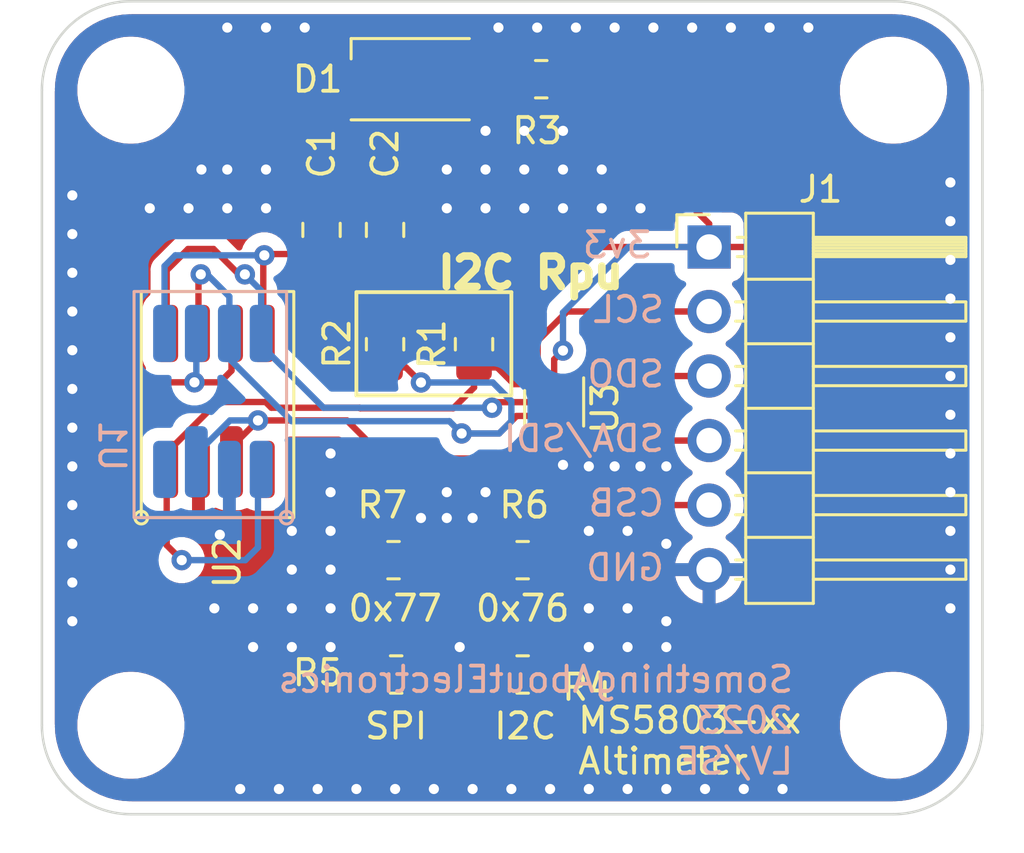
<source format=kicad_pcb>
(kicad_pcb (version 20221018) (generator pcbnew)
  (layers (0 "F.Cu" signal) (31 "B.Cu" signal) (34 "B.Paste" user) (35 "F.Paste" user) (36 "B.SilkS" user "B.Silkscreen") (37 "F.SilkS" user "F.Silkscreen") (38 "B.Mask" user) (39 "F.Mask" user) (44 "Edge.Cuts" user))
  (net 0 "")
  (net 1 "VDD")
  (net 2 "GND")
  (net 3 "Net-(D1-Pad2)")
  (net 4 "/SCLK")
  (net 5 "/SDI")
  (net 6 "/PS")
  (net 7 "/CSB")
  (net 8 "/SDO")
  (footprint "Resistor_SMD:R_0805_2012Metric" (layer "F.Cu") (at 123.5 110 90)
    (fp_text reference "R1" (at 0 -1.65 90) (layer "F.SilkS"))
    (fp_text value "10k")
    (fp_line (start -0.227064 -0.735) (end 0.227064 -0.735) (stroke (width 0.12)) (layer "F.SilkS"))
    (fp_line (start -0.227064 0.735) (end 0.227064 0.735) (stroke (width 0.12)) (layer "F.SilkS"))
    (pad "1" smd roundrect (at -0.9125 0 90) (size 1.025 1.4) (layers "F.Cu" "F.Paste" "F.Mask") (roundrect_rratio 0.243902) (net 4 "/SCLK"))
    (pad "2" smd roundrect (at 0.9125 0 90) (size 1.025 1.4) (layers "F.Cu" "F.Paste" "F.Mask") (roundrect_rratio 0.243902) (net 1 "VDD"))
  )
  (footprint "Capacitor_SMD:C_0805_2012Metric" (layer "F.Cu") (at 117.5 105.5 90)
    (fp_text reference "C1" (at 3 0 90) (layer "F.SilkS"))
    (fp_text value "100nF")
    (fp_line (start -0.261252 -0.735) (end 0.261252 -0.735) (stroke (width 0.12)) (layer "F.SilkS"))
    (fp_line (start -0.261252 0.735) (end 0.261252 0.735) (stroke (width 0.12)) (layer "F.SilkS"))
    (pad "1" smd roundrect (at -0.95 0 90) (size 1 1.45) (layers "F.Cu" "F.Paste" "F.Mask") (net 1 "VDD"))
    (pad "2" smd roundrect (at 0.95 0 90) (size 1 1.45) (layers "F.Cu" "F.Paste" "F.Mask") (net 2 "GND"))
  )
  (footprint "LED_SMD:LED_PLCC-2" (layer "F.Cu") (at 121.064 99.568)
    (fp_text reference "D1" (at -3.716 0) (layer "F.SilkS"))
    (fp_text value "LED")
    (fp_line (start -2.4 -1.6) (end -2.4 -0.8) (stroke (width 0.12)) (layer "F.SilkS"))
    (fp_line (start 2.25 -1.6) (end -2.4 -1.6) (stroke (width 0.12)) (layer "F.SilkS"))
    (fp_line (start 2.25 1.6) (end -2.4 1.6) (stroke (width 0.12)) (layer "F.SilkS"))
    (pad "1" smd rect (at -1.5 0) (size 1.5 2.6) (layers "F.Cu" "F.Paste" "F.Mask") (net 2 "GND"))
    (pad "2" smd rect (at 1.5 0) (size 1.5 2.6) (layers "F.Cu" "F.Paste" "F.Mask") (net 3 "Net-(D1-Pad2)"))
  )
  (footprint "MountingHole:MountingHole_3.2mm_M3" (layer "F.Cu") (at 140 125)
    (fp_text reference "H3" hide)
    (fp_text value "MountingHole")
    (pad "" np_thru_hole circle (at 0 0) (size 3.2 3.2) (drill 3.2) (layers "*.Cu" "*.Mask"))
  )
  (footprint "MyLib:MS580301BA01-00" (layer "F.Cu") (at 111.409 114.925 90)
    (fp_text reference "U2" (at -3.671 2.383 90 unlocked) (layer "F.SilkS"))
    (fp_text value "MS580301BA01-00")
    (fp_rect (start -1.9 -1) (end 7 5) (stroke (width 0.12)) (fill none) (layer "F.SilkS"))
    (fp_circle (center -1.9 -1) (end -1.65 -1) (stroke (width 0.12)) (fill none) (layer "F.SilkS"))
    (pad "1" smd roundrect (at 0 0 90) (size 2.25 0.9) (layers "F.Cu" "F.Paste" "F.Mask") (net 4 "/SCLK"))
    (pad "2" smd roundrect (at 0 1.25 90) (size 2.25 0.9) (layers "F.Cu" "F.Paste" "F.Mask") (net 2 "GND"))
    (pad "3" smd roundrect (at 0.3 2.55 90) (size 2.8 0.9) (layers "F.Cu" "F.Paste" "F.Mask") (net 7 "/CSB"))
    (pad "4" smd roundrect (at 0 3.8 90) (size 2.25 0.9) (layers "F.Cu" "F.Paste" "F.Mask"))
    (pad "5" smd roundrect (at 5.35 3.8 90) (size 2.25 0.9) (layers "F.Cu" "F.Paste" "F.Mask") (net 1 "VDD"))
    (pad "6" smd roundrect (at 5.35 2.55 90) (size 2.25 0.9) (layers "F.Cu" "F.Paste" "F.Mask") (net 6 "/PS"))
    (pad "7" smd roundrect (at 5.35 1.25 90) (size 2.25 0.9) (layers "F.Cu" "F.Paste" "F.Mask") (net 5 "/SDI"))
    (pad "8" smd roundrect (at 5.35 0 90) (size 2.25 0.9) (layers "F.Cu" "F.Paste" "F.Mask") (net 8 "/SDO"))
  )
  (footprint "Resistor_SMD:R_0805_2012Metric" (layer "F.Cu") (at 120.436 123)
    (fp_text reference "R5" (at -3.088 -0.064) (layer "F.SilkS"))
    (fp_text value "0R")
    (fp_line (start -0.227064 -0.735) (end 0.227064 -0.735) (stroke (width 0.12)) (layer "F.SilkS"))
    (fp_line (start -0.227064 0.735) (end 0.227064 0.735) (stroke (width 0.12)) (layer "F.SilkS"))
    (pad "1" smd roundrect (at -0.9125 0) (size 1.025 1.4) (layers "F.Cu" "F.Paste" "F.Mask") (roundrect_rratio 0.243902) (net 2 "GND"))
    (pad "2" smd roundrect (at 0.9125 0) (size 1.025 1.4) (layers "F.Cu" "F.Paste" "F.Mask") (roundrect_rratio 0.243902) (net 6 "/PS"))
  )
  (footprint "Resistor_SMD:R_0805_2012Metric" (layer "F.Cu") (at 125.4125 123)
    (fp_text reference "R4" (at 2.54 0.508) (layer "F.SilkS"))
    (fp_text value "0R")
    (fp_line (start -0.227064 -0.735) (end 0.227064 -0.735) (stroke (width 0.12)) (layer "F.SilkS"))
    (fp_line (start -0.227064 0.735) (end 0.227064 0.735) (stroke (width 0.12)) (layer "F.SilkS"))
    (pad "1" smd roundrect (at -0.9125 0) (size 1.025 1.4) (layers "F.Cu" "F.Paste" "F.Mask") (roundrect_rratio 0.243902) (net 6 "/PS"))
    (pad "2" smd roundrect (at 0.9125 0) (size 1.025 1.4) (layers "F.Cu" "F.Paste" "F.Mask") (roundrect_rratio 0.243902) (net 1 "VDD"))
  )
  (footprint "Package_TO_SOT_SMD:SOT-363_SC-70-6" (layer "F.Cu") (at 126.652 112.522 -90)
    (fp_text reference "U3" (at 0 -2 90) (layer "F.SilkS"))
    (fp_text value "NUP4202")
    (fp_line (start -0.7 1.16) (end 0.7 1.16) (stroke (width 0.12)) (layer "F.SilkS"))
    (fp_line (start 0.7 -1.16) (end -1.2 -1.16) (stroke (width 0.12)) (layer "F.SilkS"))
    (pad "1" smd rect (at -0.95 -0.65 270) (size 0.65 0.4) (layers "F.Cu" "F.Paste" "F.Mask") (net 8 "/SDO"))
    (pad "2" smd rect (at -0.95 0 270) (size 0.65 0.4) (layers "F.Cu" "F.Paste" "F.Mask") (net 1 "VDD"))
    (pad "3" smd rect (at -0.95 0.65 270) (size 0.65 0.4) (layers "F.Cu" "F.Paste" "F.Mask") (net 4 "/SCLK"))
    (pad "4" smd rect (at 0.95 0.65 270) (size 0.65 0.4) (layers "F.Cu" "F.Paste" "F.Mask") (net 7 "/CSB"))
    (pad "5" smd rect (at 0.95 0 270) (size 0.65 0.4) (layers "F.Cu" "F.Paste" "F.Mask") (net 2 "GND"))
    (pad "6" smd rect (at 0.95 -0.65 270) (size 0.65 0.4) (layers "F.Cu" "F.Paste" "F.Mask") (net 5 "/SDI"))
  )
  (footprint "MountingHole:MountingHole_3.2mm_M3" (layer "F.Cu") (at 140 100)
    (fp_text reference "H2" hide)
    (fp_text value "MountingHole" hide)
    (pad "" np_thru_hole circle (at 0 0) (size 3.2 3.2) (drill 3.2) (layers "*.Cu" "*.Mask"))
  )
  (footprint "Resistor_SMD:R_0805_2012Metric" (layer "F.Cu") (at 126.144 99.568)
    (fp_text reference "R3" (at -0.16 2.032) (layer "F.SilkS"))
    (fp_text value "1k")
    (fp_line (start -0.227064 -0.735) (end 0.227064 -0.735) (stroke (width 0.12)) (layer "F.SilkS"))
    (fp_line (start -0.227064 0.735) (end 0.227064 0.735) (stroke (width 0.12)) (layer "F.SilkS"))
    (pad "1" smd roundrect (at -0.9125 0) (size 1.025 1.4) (layers "F.Cu" "F.Paste" "F.Mask") (roundrect_rratio 0.243902) (net 3 "Net-(D1-Pad2)"))
    (pad "2" smd roundrect (at 0.9125 0) (size 1.025 1.4) (layers "F.Cu" "F.Paste" "F.Mask") (roundrect_rratio 0.243902) (net 1 "VDD"))
  )
  (footprint "MountingHole:MountingHole_3.2mm_M3" (layer "F.Cu") (at 110 125)
    (fp_text reference "H4" hide)
    (fp_text value "MountingHole")
    (pad "" np_thru_hole circle (at 0 0) (size 3.2 3.2) (drill 3.2) (layers "*.Cu" "*.Mask"))
  )
  (footprint "Resistor_SMD:R_0805_2012Metric" (layer "F.Cu") (at 120.3325 118.5)
    (fp_text reference "R7" (at -0.4445 -2.168) (layer "F.SilkS"))
    (fp_text value "0R")
    (fp_line (start -0.227064 -0.735) (end 0.227064 -0.735) (stroke (width 0.12)) (layer "F.SilkS"))
    (fp_line (start -0.227064 0.735) (end 0.227064 0.735) (stroke (width 0.12)) (layer "F.SilkS"))
    (pad "1" smd roundrect (at -0.9125 0) (size 1.025 1.4) (layers "F.Cu" "F.Paste" "F.Mask") (roundrect_rratio 0.243902) (net 2 "GND"))
    (pad "2" smd roundrect (at 0.9125 0) (size 1.025 1.4) (layers "F.Cu" "F.Paste" "F.Mask") (roundrect_rratio 0.243902) (net 7 "/CSB"))
  )
  (footprint "MountingHole:MountingHole_3.2mm_M3" (layer "F.Cu") (at 110 100)
    (fp_text reference "H1" hide)
    (fp_text value "MountingHole")
    (pad "" np_thru_hole circle (at 0 0) (size 3.2 3.2) (drill 3.2) (layers "*.Cu" "*.Mask"))
  )
  (footprint "Resistor_SMD:R_0805_2012Metric" (layer "F.Cu") (at 120 110 90)
    (fp_text reference "R2" (at 0.018 -1.89 90) (layer "F.SilkS"))
    (fp_text value "10k")
    (fp_line (start -0.227064 -0.735) (end 0.227064 -0.735) (stroke (width 0.12)) (layer "F.SilkS"))
    (fp_line (start -0.227064 0.735) (end 0.227064 0.735) (stroke (width 0.12)) (layer "F.SilkS"))
    (pad "1" smd roundrect (at -0.9125 0 90) (size 1.025 1.4) (layers "F.Cu" "F.Paste" "F.Mask") (roundrect_rratio 0.243902) (net 5 "/SDI"))
    (pad "2" smd roundrect (at 0.9125 0 90) (size 1.025 1.4) (layers "F.Cu" "F.Paste" "F.Mask") (roundrect_rratio 0.243902) (net 1 "VDD"))
  )
  (footprint "Connector_PinHeader_2.54mm:PinHeader_1x06_P2.54mm_Horizontal" (layer "F.Cu") (at 132.748 106.172)
    (fp_text reference "J1" (at 4.385 -2.27) (layer "F.SilkS"))
    (fp_text value "Conn_01x06")
    (fp_line (start -1.27 -1.27) (end 0 -1.27) (stroke (width 0.12)) (layer "F.SilkS"))
    (fp_line (start -1.27 0) (end -1.27 -1.27) (stroke (width 0.12)) (layer "F.SilkS"))
    (fp_line (start 1.042929 2.16) (end 1.44 2.16) (stroke (width 0.12)) (layer "F.SilkS"))
    (fp_line (start 1.042929 2.92) (end 1.44 2.92) (stroke (width 0.12)) (layer "F.SilkS"))
    (fp_line (start 1.042929 4.7) (end 1.44 4.7) (stroke (width 0.12)) (layer "F.SilkS"))
    (fp_line (start 1.042929 5.46) (end 1.44 5.46) (stroke (width 0.12)) (layer "F.SilkS"))
    (fp_line (start 1.042929 7.24) (end 1.44 7.24) (stroke (width 0.12)) (layer "F.SilkS"))
    (fp_line (start 1.042929 8) (end 1.44 8) (stroke (width 0.12)) (layer "F.SilkS"))
    (fp_line (start 1.042929 9.78) (end 1.44 9.78) (stroke (width 0.12)) (layer "F.SilkS"))
    (fp_line (start 1.042929 10.54) (end 1.44 10.54) (stroke (width 0.12)) (layer "F.SilkS"))
    (fp_line (start 1.042929 12.32) (end 1.44 12.32) (stroke (width 0.12)) (layer "F.SilkS"))
    (fp_line (start 1.042929 13.08) (end 1.44 13.08) (stroke (width 0.12)) (layer "F.SilkS"))
    (fp_line (start 1.11 -0.38) (end 1.44 -0.38) (stroke (width 0.12)) (layer "F.SilkS"))
    (fp_line (start 1.11 0.38) (end 1.44 0.38) (stroke (width 0.12)) (layer "F.SilkS"))
    (fp_line (start 1.44 -1.33) (end 1.44 14.03) (stroke (width 0.12)) (layer "F.SilkS"))
    (fp_line (start 1.44 1.27) (end 4.1 1.27) (stroke (width 0.12)) (layer "F.SilkS"))
    (fp_line (start 1.44 3.81) (end 4.1 3.81) (stroke (width 0.12)) (layer "F.SilkS"))
    (fp_line (start 1.44 6.35) (end 4.1 6.35) (stroke (width 0.12)) (layer "F.SilkS"))
    (fp_line (start 1.44 8.89) (end 4.1 8.89) (stroke (width 0.12)) (layer "F.SilkS"))
    (fp_line (start 1.44 11.43) (end 4.1 11.43) (stroke (width 0.12)) (layer "F.SilkS"))
    (fp_line (start 1.44 14.03) (end 4.1 14.03) (stroke (width 0.12)) (layer "F.SilkS"))
    (fp_line (start 4.1 -1.33) (end 1.44 -1.33) (stroke (width 0.12)) (layer "F.SilkS"))
    (fp_line (start 4.1 -0.38) (end 10.1 -0.38) (stroke (width 0.12)) (layer "F.SilkS"))
    (fp_line (start 4.1 -0.32) (end 10.1 -0.32) (stroke (width 0.12)) (layer "F.SilkS"))
    (fp_line (start 4.1 -0.2) (end 10.1 -0.2) (stroke (width 0.12)) (layer "F.SilkS"))
    (fp_line (start 4.1 -0.08) (end 10.1 -0.08) (stroke (width 0.12)) (layer "F.SilkS"))
    (fp_line (start 4.1 0.04) (end 10.1 0.04) (stroke (width 0.12)) (layer "F.SilkS"))
    (fp_line (start 4.1 0.16) (end 10.1 0.16) (stroke (width 0.12)) (layer "F.SilkS"))
    (fp_line (start 4.1 0.28) (end 10.1 0.28) (stroke (width 0.12)) (layer "F.SilkS"))
    (fp_line (start 4.1 2.16) (end 10.1 2.16) (stroke (width 0.12)) (layer "F.SilkS"))
    (fp_line (start 4.1 4.7) (end 10.1 4.7) (stroke (width 0.12)) (layer "F.SilkS"))
    (fp_line (start 4.1 7.24) (end 10.1 7.24) (stroke (width 0.12)) (layer "F.SilkS"))
    (fp_line (start 4.1 9.78) (end 10.1 9.78) (stroke (width 0.12)) (layer "F.SilkS"))
    (fp_line (start 4.1 12.32) (end 10.1 12.32) (stroke (width 0.12)) (layer "F.SilkS"))
    (fp_line (start 4.1 14.03) (end 4.1 -1.33) (stroke (width 0.12)) (layer "F.SilkS"))
    (fp_line (start 10.1 -0.38) (end 10.1 0.38) (stroke (width 0.12)) (layer "F.SilkS"))
    (fp_line (start 10.1 0.38) (end 4.1 0.38) (stroke (width 0.12)) (layer "F.SilkS"))
    (fp_line (start 10.1 2.16) (end 10.1 2.92) (stroke (width 0.12)) (layer "F.SilkS"))
    (fp_line (start 10.1 2.92) (end 4.1 2.92) (stroke (width 0.12)) (layer "F.SilkS"))
    (fp_line (start 10.1 4.7) (end 10.1 5.46) (stroke (width 0.12)) (layer "F.SilkS"))
    (fp_line (start 10.1 5.46) (end 4.1 5.46) (stroke (width 0.12)) (layer "F.SilkS"))
    (fp_line (start 10.1 7.24) (end 10.1 8) (stroke (width 0.12)) (layer "F.SilkS"))
    (fp_line (start 10.1 8) (end 4.1 8) (stroke (width 0.12)) (layer "F.SilkS"))
    (fp_line (start 10.1 9.78) (end 10.1 10.54) (stroke (width 0.12)) (layer "F.SilkS"))
    (fp_line (start 10.1 10.54) (end 4.1 10.54) (stroke (width 0.12)) (layer "F.SilkS"))
    (fp_line (start 10.1 12.32) (end 10.1 13.08) (stroke (width 0.12)) (layer "F.SilkS"))
    (fp_line (start 10.1 13.08) (end 4.1 13.08) (stroke (width 0.12)) (layer "F.SilkS"))
    (pad "1" thru_hole rect (at 0 0) (size 1.7 1.7) (drill 1) (layers "*.Cu" "*.Mask") (net 1 "VDD"))
    (pad "2" thru_hole oval (at 0 2.54) (size 1.7 1.7) (drill 1) (layers "*.Cu" "*.Mask") (net 4 "/SCLK"))
    (pad "3" thru_hole oval (at 0 5.08) (size 1.7 1.7) (drill 1) (layers "*.Cu" "*.Mask") (net 8 "/SDO"))
    (pad "4" thru_hole oval (at 0 7.62) (size 1.7 1.7) (drill 1) (layers "*.Cu" "*.Mask") (net 5 "/SDI"))
    (pad "5" thru_hole oval (at 0 10.16) (size 1.7 1.7) (drill 1) (layers "*.Cu" "*.Mask") (net 7 "/CSB"))
    (pad "6" thru_hole oval (at 0 12.7) (size 1.7 1.7) (drill 1) (layers "*.Cu" "*.Mask") (net 2 "GND"))
  )
  (footprint "Resistor_SMD:R_0805_2012Metric" (layer "F.Cu") (at 125.4125 118.5)
    (fp_text reference "R6" (at 0.0635 -2.168) (layer "F.SilkS"))
    (fp_text value "0R")
    (fp_line (start -0.227064 -0.735) (end 0.227064 -0.735) (stroke (width 0.12)) (layer "F.SilkS"))
    (fp_line (start -0.227064 0.735) (end 0.227064 0.735) (stroke (width 0.12)) (layer "F.SilkS"))
    (pad "1" smd roundrect (at -0.9125 0) (size 1.025 1.4) (layers "F.Cu" "F.Paste" "F.Mask") (roundrect_rratio 0.243902) (net 7 "/CSB"))
    (pad "2" smd roundrect (at 0.9125 0) (size 1.025 1.4) (layers "F.Cu" "F.Paste" "F.Mask") (roundrect_rratio 0.243902) (net 1 "VDD"))
  )
  (footprint "Capacitor_SMD:C_0805_2012Metric" (layer "F.Cu") (at 120 105.5 90)
    (fp_text reference "C2" (at 3 0 90) (layer "F.SilkS"))
    (fp_text value "1uF")
    (fp_line (start -0.261252 -0.735) (end 0.261252 -0.735) (stroke (width 0.12)) (layer "F.SilkS"))
    (fp_line (start -0.261252 0.735) (end 0.261252 0.735) (stroke (width 0.12)) (layer "F.SilkS"))
    (pad "1" smd roundrect (at -0.95 0 90) (size 1 1.45) (layers "F.Cu" "F.Paste" "F.Mask") (net 1 "VDD"))
    (pad "2" smd roundrect (at 0.95 0 90) (size 1 1.45) (layers "F.Cu" "F.Paste" "F.Mask") (net 2 "GND"))
  )
  (footprint "MyLib:MS580301BA01-00" (layer "B.Cu") (at 115.125 114.925 90)
    (fp_text reference "U1" (at 0.925 -5.875 -90 unlocked) (layer "B.SilkS") (effects (justify mirror)))
    (fp_text value "MS580301BA01-00")
    (fp_rect (start -1.9 1) (end 7 -5) (stroke (width 0.12)) (fill none) (layer "B.SilkS"))
    (fp_circle (center -1.9 1) (end -1.65 1) (stroke (width 0.12)) (fill none) (layer "B.SilkS"))
    (pad "1" smd roundrect (at 0 0 90) (size 2.25 0.9) (layers "B.Cu" "B.Paste" "B.Mask") (net 4 "/SCLK"))
    (pad "2" smd roundrect (at 0 -1.25 90) (size 2.25 0.9) (layers "B.Cu" "B.Paste" "B.Mask") (net 2 "GND"))
    (pad "3" smd roundrect (at 0.3 -2.55 90) (size 2.8 0.9) (layers "B.Cu" "B.Paste" "B.Mask") (net 7 "/CSB"))
    (pad "4" smd roundrect (at 0 -3.8 90) (size 2.25 0.9) (layers "B.Cu" "B.Paste" "B.Mask"))
    (pad "5" smd roundrect (at 5.35 -3.8 90) (size 2.25 0.9) (layers "B.Cu" "B.Paste" "B.Mask") (net 1 "VDD"))
    (pad "6" smd roundrect (at 5.35 -2.55 90) (size 2.25 0.9) (layers "B.Cu" "B.Paste" "B.Mask") (net 6 "/PS"))
    (pad "7" smd roundrect (at 5.35 -1.25 90) (size 2.25 0.9) (layers "B.Cu" "B.Paste" "B.Mask") (net 5 "/SDI"))
    (pad "8" smd roundrect (at 5.35 0 90) (size 2.25 0.9) (layers "B.Cu" "B.Paste" "B.Mask") (net 8 "/SDO"))
  )
  (gr_line (start 124.968 111.76) (end 124.968 112.014) (stroke (width 0.15)) (layer "F.SilkS"))
  (gr_line (start 124.968 112.014) (end 118.872 112.014) (stroke (width 0.15)) (layer "F.SilkS"))
  (gr_line (start 118.872 112.014) (end 118.872 107.95) (stroke (width 0.15)) (layer "F.SilkS"))
  (gr_line (start 118.872 107.95) (end 124.968 107.95) (stroke (width 0.15)) (layer "F.SilkS"))
  (gr_line (start 124.968 107.95) (end 124.968 111.76) (stroke (width 0.15)) (layer "F.SilkS"))
  (gr_line (start 140 128.5) (end 110 128.5) (stroke (width 0.1)) (layer "Edge.Cuts"))
  (gr_arc (start 140 96.5) (mid 142.474874 97.525126) (end 143.5 100) (stroke (width 0.1)) (layer "Edge.Cuts"))
  (gr_line (start 140 96.5) (end 110 96.5) (stroke (width 0.1)) (layer "Edge.Cuts"))
  (gr_arc (start 143.5 125) (mid 142.474874 127.474874) (end 140 128.5) (stroke (width 0.1)) (layer "Edge.Cuts"))
  (gr_arc (start 110 128.5) (mid 107.525126 127.474874) (end 106.5 125) (stroke (width 0.1)) (layer "Edge.Cuts"))
  (gr_line (start 143.5 125) (end 143.5 100) (stroke (width 0.1)) (layer "Edge.Cuts"))
  (gr_line (start 106.5 125) (end 106.5 100) (stroke (width 0.1)) (layer "Edge.Cuts"))
  (gr_arc (start 106.5 100) (mid 107.525126 97.525126) (end 110 96.5) (stroke (width 0.1)) (layer "Edge.Cuts"))
  (gr_text "SDO\n" (at 131.064 111.76) (layer "B.SilkS") (effects (font (size 1 1)) (justify left bottom mirror)))
  (gr_text "GND" (at 131.064 119.38) (layer "B.SilkS") (effects (font (size 1 1)) (justify left bottom mirror)))
  (gr_text "SCL\n" (at 131.064 109.22) (layer "B.SilkS") (effects (font (size 1 1)) (justify left bottom mirror)))
  (gr_text "SomethingAboutElectronics\n2023\nLV/SE" (at 136.144 127) (layer "B.SilkS") (effects (font (size 1 1)) (justify left bottom mirror)))
  (gr_text "CSB" (at 131.064 116.84) (layer "B.SilkS") (effects (font (size 1 1)) (justify left bottom mirror)))
  (gr_text "3v3\n" (at 130.556 106.68) (layer "B.SilkS") (effects (font (size 1 1)) (justify left bottom mirror)))
  (gr_text "SDA/SDI\n" (at 131.064 114.3) (layer "B.SilkS") (effects (font (size 1 1)) (justify left bottom mirror)))
  (gr_text "SPI" (at 120.436 125.032) (layer "F.SilkS") (effects (font (size 1 1))))
  (gr_text "I2C" (at 125.516 125.032) (layer "F.SilkS") (effects (font (size 1 1))))
  (gr_text "0x76\n" (at 125.4125 120.396) (layer "F.SilkS") (effects (font (size 1 1))))
  (gr_text "MS5803-xx\nAltimeter" (at 127.508 127) (layer "F.SilkS") (effects (font (size 1 1)) (justify left bottom)))
  (gr_text "0x77" (at 120.396 120.396) (layer "F.SilkS") (effects (font (size 1 1))))
  (gr_text "I2C Rpu" (at 125.73 107.188) (layer "F.SilkS") (effects (font (size 1.2 1.2) (thickness 0.3))))
  (segment (start 120 106.45) (end 120.278 106.172) (width 0.25) (layer "F.Cu") (net 1))
  (segment (start 132.748 106.172) (end 132.748 105.2595) (width 0.25) (layer "F.Cu") (net 1))
  (segment (start 126.652 110.598) (end 127 110.25) (width 0.25) (layer "F.Cu") (net 1))
  (segment (start 115.25 106.5) (end 115.209 106.541) (width 0.25) (layer "F.Cu") (net 1))
  (segment (start 132.5 123) (end 126.325 123) (width 0.25) (layer "F.Cu") (net 1))
  (segment (start 126.325 123) (end 126.325 118.5) (width 0.25) (layer "F.Cu") (net 1))
  (segment (start 135 120.5) (end 132.5 123) (width 0.25) (layer "F.Cu") (net 1))
  (segment (start 120 106.45) (end 120 109.0875) (width 0.25) (layer "F.Cu") (net 1))
  (segment (start 117.5 106.45) (end 115.3 106.45) (width 0.25) (layer "F.Cu") (net 1))
  (segment (start 132.748 105.2595) (end 127.0565 99.568) (width 0.25) (layer "F.Cu") (net 1))
  (segment (start 117.5 106.45) (end 120 106.45) (width 0.25) (layer "F.Cu") (net 1))
  (segment (start 115.3 106.45) (end 115.25 106.5) (width 0.25) (layer "F.Cu") (net 1))
  (segment (start 115.209 106.541) (end 115.209 109.575) (width 0.25) (layer "F.Cu") (net 1))
  (segment (start 126.652 111.572) (end 126.652 110.598) (width 0.25) (layer "F.Cu") (net 1))
  (segment (start 120.278 106.172) (end 132.748 106.172) (width 0.25) (layer "F.Cu") (net 1))
  (segment (start 135 107) (end 135 120.5) (width 0.25) (layer "F.Cu") (net 1))
  (segment (start 132.748 106.172) (end 134.172 106.172) (width 0.25) (layer "F.Cu") (net 1))
  (segment (start 134.172 106.172) (end 135 107) (width 0.25) (layer "F.Cu") (net 1))
  (segment (start 120 109.0875) (end 123.5 109.0875) (width 0.25) (layer "F.Cu") (net 1))
  (via (at 115.25 106.5) (size 0.8) (drill 0.4) (layers "F.Cu" "B.Cu") (net 1))
  (via (at 127 110.25) (size 0.8) (drill 0.4) (layers "F.Cu" "B.Cu") (net 1))
  (segment (start 111.75 106.5) (end 111.325 106.925) (width 0.25) (layer "B.Cu") (net 1))
  (segment (start 127 108.75) (end 127 110.25) (width 0.25) (layer "B.Cu") (net 1))
  (segment (start 111.325 106.925) (end 111.325 109.575) (width 0.25) (layer "B.Cu") (net 1))
  (segment (start 132.748 106.172) (end 129.578 106.172) (width 0.25) (layer "B.Cu") (net 1))
  (segment (start 129.578 106.172) (end 127 108.75) (width 0.25) (layer "B.Cu") (net 1))
  (segment (start 115.25 106.5) (end 111.75 106.5) (width 0.25) (layer "B.Cu") (net 1))
  (segment (start 126.652 114.402) (end 127 114.75) (width 0.25) (layer "F.Cu") (net 2))
  (segment (start 126.652 113.472) (end 126.652 114.402) (width 0.25) (layer "F.Cu") (net 2))
  (via (at 107.696 120.904) (size 0.8) (drill 0.4) (layers "F.Cu" "B.Cu") (net 2))
  (via (at 117.856 121.92) (size 0.8) (drill 0.4) (layers "F.Cu" "B.Cu") (net 2))
  (via (at 110.744 104.648) (size 0.8) (drill 0.4) (layers "F.Cu" "B.Cu") (net 2))
  (via (at 130.048 114.808) (size 0.8) (drill 0.4) (layers "F.Cu" "B.Cu") (net 2))
  (via (at 117.856 120.396) (size 0.8) (drill 0.4) (layers "F.Cu" "B.Cu") (net 2))
  (via (at 128.524 103.124) (size 0.8) (drill 0.4) (layers "F.Cu" "B.Cu") (net 2))
  (via (at 113.792 104.648) (size 0.8) (drill 0.4) (layers "F.Cu" "B.Cu") (net 2))
  (via (at 128.016 120.396) (size 0.8) (drill 0.4) (layers "F.Cu" "B.Cu") (net 2))
  (via (at 112.268 104.648) (size 0.8) (drill 0.4) (layers "F.Cu" "B.Cu") (net 2))
  (via (at 117.856 118.872) (size 0.8) (drill 0.4) (layers "F.Cu" "B.Cu") (net 2))
  (via (at 129.032 114.808) (size 0.8) (drill 0.4) (layers "F.Cu" "B.Cu") (net 2))
  (via (at 142.24 114.3) (size 0.8) (drill 0.4) (layers "F.Cu" "B.Cu") (net 2))
  (via (at 128.016 127.508) (size 0.8) (drill 0.4) (layers "F.Cu" "B.Cu") (net 2))
  (via (at 116.332 118.872) (size 0.8) (drill 0.4) (layers "F.Cu" "B.Cu") (net 2))
  (via (at 107.696 105.664) (size 0.8) (drill 0.4) (layers "F.Cu" "B.Cu") (net 2))
  (via (at 107.696 116.332) (size 0.8) (drill 0.4) (layers "F.Cu" "B.Cu") (net 2))
  (via (at 113.5 117.5) (size 0.8) (drill 0.4) (layers "F.Cu" "B.Cu") (net 2))
  (via (at 107.696 107.188) (size 0.8) (drill 0.4) (layers "F.Cu" "B.Cu") (net 2))
  (via (at 131.064 114.808) (size 0.8) (drill 0.4) (layers "F.Cu" "B.Cu") (net 2))
  (via (at 142.24 111.252) (size 0.8) (drill 0.4) (layers "F.Cu" "B.Cu") (net 2))
  (via (at 124.968 127.508) (size 0.8) (drill 0.4) (layers "F.Cu" "B.Cu") (net 2))
  (via (at 127.508 97.536) (size 0.8) (drill 0.4) (layers "F.Cu" "B.Cu") (net 2))
  (via (at 127 114.75) (size 0.8) (drill 0.4) (layers "F.Cu" "B.Cu") (net 2))
  (via (at 122.936 121.92) (size 0.8) (drill 0.4) (layers "F.Cu" "B.Cu") (net 2))
  (via (at 107.696 117.856) (size 0.8) (drill 0.4) (layers "F.Cu" "B.Cu") (net 2))
  (via (at 132.08 97.536) (size 0.8) (drill 0.4) (layers "F.Cu" "B.Cu") (net 2))
  (via (at 115.316 104.648) (size 0.8) (drill 0.4) (layers "F.Cu" "B.Cu") (net 2))
  (via (at 117.348 127.508) (size 0.8) (drill 0.4) (layers "F.Cu" "B.Cu") (net 2))
  (via (at 126.492 127.508) (size 0.8) (drill 0.4) (layers "F.Cu" "B.Cu") (net 2))
  (via (at 121.92 127.508) (size 0.8) (drill 0.4) (layers "F.Cu" "B.Cu") (net 2))
  (via (at 124.46 97.536) (size 0.8) (drill 0.4) (layers "F.Cu" "B.Cu") (net 2))
  (via (at 123.444 116.84) (size 0.8) (drill 0.4) (layers "F.Cu" "B.Cu") (net 2))
  (via (at 131.064 117.856) (size 0.8) (drill 0.4) (layers "F.Cu" "B.Cu") (net 2))
  (via (at 136.652 97.536) (size 0.8) (drill 0.4) (layers "F.Cu" "B.Cu") (net 2))
  (via (at 133.604 97.536) (size 0.8) (drill 0.4) (layers "F.Cu" "B.Cu") (net 2))
  (via (at 115.316 103.124) (size 0.8) (drill 0.4) (layers "F.Cu" "B.Cu") (net 2))
  (via (at 107.696 110.236) (size 0.8) (drill 0.4) (layers "F.Cu" "B.Cu") (net 2))
  (via (at 131.064 121.92) (size 0.8) (drill 0.4) (layers "F.Cu" "B.Cu") (net 2))
  (via (at 116.332 121.92) (size 0.8) (drill 0.4) (layers "F.Cu" "B.Cu") (net 2))
  (via (at 116.84 97.536) (size 0.8) (drill 0.4) (layers "F.Cu" "B.Cu") (net 2))
  (via (at 122.428 115.824) (size 0.8) (drill 0.4) (layers "F.Cu" "B.Cu") (net 2))
  (via (at 132.588 127.508) (size 0.8) (drill 0.4) (layers "F.Cu" "B.Cu") (net 2))
  (via (at 129.54 121.92) (size 0.8) (drill 0.4) (layers "F.Cu" "B.Cu") (net 2))
  (via (at 118.872 127.508) (size 0.8) (drill 0.4) (layers "F.Cu" "B.Cu") (net 2))
  (via (at 125.476 104.648) (size 0.8) (drill 0.4) (layers "F.Cu" "B.Cu") (net 2))
  (via (at 116.332 120.396) (size 0.8) (drill 0.4) (layers "F.Cu" "B.Cu") (net 2))
  (via (at 127 103.124) (size 0.8) (drill 0.4) (layers "F.Cu" "B.Cu") (net 2))
  (via (at 125.476 101.6) (size 0.8) (drill 0.4) (layers "F.Cu" "B.Cu") (net 2))
  (via (at 142.24 109.728) (size 0.8) (drill 0.4) (layers "F.Cu" "B.Cu") (net 2))
  (via (at 120.396 127.508) (size 0.8) (drill 0.4) (layers "F.Cu" "B.Cu") (net 2))
  (via (at 117.856 117.348) (size 0.8) (drill 0.4) (layers "F.Cu" "B.Cu") (net 2))
  (via (at 129.54 127.508) (size 0.8) (drill 0.4) (layers "F.Cu" "B.Cu") (net 2))
  (via (at 142.24 117.348) (size 0.8) (drill 0.4) (layers "F.Cu" "B.Cu") (net 2))
  (via (at 128.524 104.648) (size 0.8) (drill 0.4) (layers "F.Cu" "B.Cu") (net 2))
  (via (at 142.24 106.68) (size 0.8) (drill 0.4) (layers "F.Cu" "B.Cu") (net 2))
  (via (at 129.54 117.348) (size 0.8) (drill 0.4) (layers "F.Cu" "B.Cu") (net 2))
  (via (at 107.696 108.712) (size 0.8) (drill 0.4) (layers "F.Cu" "B.Cu") (net 2))
  (via (at 114.3 127.508) (size 0.8) (drill 0.4) (layers "F.Cu" "B.Cu") (net 2))
  (via (at 114.808 121.92) (size 0.8) (drill 0.4) (layers "F.Cu" "B.Cu") (net 2))
  (via (at 123.952 103.124) (size 0.8) (drill 0.4) (layers "F.Cu" "B.Cu") (net 2))
  (via (at 134.112 127.508) (size 0.8) (drill 0.4) (layers "F.Cu" "B.Cu") (net 2))
  (via (at 113.792 103.124) (size 0.8) (drill 0.4) (layers "F.Cu" "B.Cu") (net 2))
  (via (at 123.444 127.508) (size 0.8) (drill 0.4) (layers "F.Cu" "B.Cu") (net 2))
  (via (at 121.412 116.84) (size 0.8) (drill 0.4) (layers "F.Cu" "B.Cu") (net 2))
  (via (at 129.032 97.536) (size 0.8) (drill 0.4) (layers "F.Cu" "B.Cu") (net 2))
  (via (at 142.24 105.156) (size 0.8) (drill 0.4) (layers "F.Cu" "B.Cu") (net 2))
  (via (at 142.24 108.204) (size 0.8) (drill 0.4) (layers "F.Cu" "B.Cu") (net 2))
  (via (at 135.128 97.536) (size 0.8) (drill 0.4) (layers "F.Cu" "B.Cu") (net 2))
  (via (at 122.428 116.84) (size 0.8) (drill 0.4) (layers "F.Cu" "B.Cu") (net 2))
  (via (at 127 104.648) (size 0.8) (drill 0.4) (layers "F.Cu" "B.Cu") (net 2))
  (via (at 113.792 97.536) (size 0.8) (drill 0.4) (layers "F.Cu" "B.Cu") (net 2))
  (via (at 142.24 120.396) (size 0.8) (drill 0.4) (layers "F.Cu" "B.Cu") (net 2))
  (via (at 142.24 118.872) (size 0.8) (drill 0.4) (layers "F.Cu" "B.Cu") (net 2))
  (via (at 114.808 120.396) (size 0.8) (drill 0.4) (layers "F.Cu" "B.Cu") (net 2))
  (via (at 128.016 121.92) (size 0.8) (drill 0.4) (layers "F.Cu" "B.Cu") (net 2))
  (via (at 130.048 104.648) (size 0.8) (drill 0.4) (layers "F.Cu" "B.Cu") (net 2))
  (via (at 113.284 120.396) (size 0.8) (drill 0.4) (layers "F.Cu" "B.Cu") (net 2))
  (via (at 115.316 97.536) (size 0.8) (drill 0.4) (layers "F.Cu" "B.Cu") (net 2))
  (via (at 117.856 114.3) (size 0.8) (drill 0.4) (layers "F.Cu" "B.Cu") (net 2))
  (via (at 125.476 103.124) (size 0.8) (drill 0.4) (layers "F.Cu" "B.Cu") (net 2))
  (via (at 107.696 111.76) (size 0.8) (drill 0.4) (layers "F.Cu" "B.Cu") (net 2))
  (via (at 107.696 114.808) (size 0.8) (drill 0.4) (layers "F.Cu" "B.Cu") (net 2))
  (via (at 123.952 104.648) (size 0.8) (drill 0.4) (layers "F.Cu" "B.Cu") (net 2))
  (via (at 107.696 113.284) (size 0.8) (drill 0.4) (layers "F.Cu" "B.Cu") (net 2))
  (via (at 128.016 114.808) (size 0.8) (drill 0.4) (layers "F.Cu" "B.Cu") (net 2))
  (via (at 130.556 97.536) (size 0.8) (drill 0.4) (layers "F.Cu" "B.Cu") (net 2))
  (via (at 115.824 127.508) (size 0.8) (drill 0.4) (layers "F.Cu" "B.Cu") (net 2))
  (via (at 116.332 117.348) (size 0.8) (drill 0.4) (layers "F.Cu" "B.Cu") (net 2))
  (via (at 123.952 115.824) (size 0.8) (drill 0.4) (layers "F.Cu" "B.Cu") (net 2))
  (via (at 123.952 101.6) (size 0.8) (drill 0.4) (layers "F.Cu" "B.Cu") (net 2))
  (via (at 122.428 104.648) (size 0.8) (drill 0.4) (layers "F.Cu" "B.Cu") (net 2))
  (via (at 131.064 127.508) (size 0.8) (drill 0.4) (layers "F.Cu" "B.Cu") (net 2))
  (via (at 135.636 127.508) (size 0.8) (drill 0.4) (layers "F.Cu" "B.Cu") (net 2))
  (via (at 131.064 120.904) (size 0.8) (drill 0.4) (layers "F.Cu" "B.Cu") (net 2))
  (via (at 107.696 119.38) (size 0.8) (drill 0.4) (layers "F.Cu" "B.Cu") (net 2))
  (via (at 122.428 103.124) (size 0.8) (drill 0.4) (layers "F.Cu" "B.Cu") (net 2))
  (via (at 125.984 97.536) (size 0.8) (drill 0.4) (layers "F.Cu" "B.Cu") (net 2))
  (via (at 117.856 115.824) (size 0.8) (drill 0.4) (layers "F.Cu" "B.Cu") (net 2))
  (via (at 142.24 112.776) (size 0.8) (drill 0.4) (layers "F.Cu" "B.Cu") (net 2))
  (via (at 129.54 120.396) (size 0.8) (drill 0.4) (layers "F.Cu" "B.Cu") (net 2))
  (via (at 127 101.6) (size 0.8) (drill 0.4) (layers "F.Cu" "B.Cu") (net 2))
  (via (at 142.24 103.632) (size 0.8) (drill 0.4) (layers "F.Cu" "B.Cu") (net 2))
  (via (at 142.24 115.824) (size 0.8) (drill 0.4) (layers "F.Cu" "B.Cu") (net 2))
  (via (at 112.776 103.124) (size 0.8) (drill 0.4) (layers "F.Cu" "B.Cu") (net 2))
  (via (at 128.016 117.348) (size 0.8) (drill 0.4) (layers "F.Cu" "B.Cu") (net 2))
  (via (at 107.696 104.14) (size 0.8) (drill 0.4) (layers "F.Cu" "B.Cu") (net 2))
  (segment (start 113.875 114.925) (end 113.875 117.125) (width 0.35) (layer "B.Cu") (net 2))
  (segment (start 113.875 117.125) (end 113.5 117.5) (width 0.35) (layer "B.Cu") (net 2))
  (segment (start 125.2315 99.568) (end 122.564 99.568) (width 0.25) (layer "F.Cu") (net 3))
  (segment (start 111.409 114.272183) (end 113.406183 112.275) (width 0.25) (layer "F.Cu") (net 4))
  (segment (start 112 118.5) (end 111.409 117.909) (width 0.25) (layer "F.Cu") (net 4))
  (segment (start 113.406183 112.275) (end 115.300305 112.275) (width 0.25) (layer "F.Cu") (net 4))
  (segment (start 119 112.5) (end 119.022 112.522) (width 0.25) (layer "F.Cu") (net 4))
  (segment (start 125.072 111.572) (end 124.4125 110.9125) (width 0.25) (layer "F.Cu") (net 4))
  (segment (start 127.16 108.712) (end 132.748 108.712) (width 0.25) (layer "F.Cu") (net 4))
  (segment (start 115.525305 112.5) (end 119 112.5) (width 0.25) (layer "F.Cu") (net 4))
  (segment (start 124.4125 110.9125) (end 123.5 110.9125) (width 0.25) (layer "F.Cu") (net 4))
  (segment (start 111.409 117.909) (end 111.409 114.925) (width 0.25) (layer "F.Cu") (net 4))
  (segment (start 126.002 111.572) (end 126.002 109.87) (width 0.25) (layer "F.Cu") (net 4))
  (segment (start 122.682 112.522) (end 123.5 111.704) (width 0.25) (layer "F.Cu") (net 4))
  (segment (start 126.002 109.87) (end 127.16 108.712) (width 0.25) (layer "F.Cu") (net 4))
  (segment (start 119.022 112.522) (end 122.682 112.522) (width 0.25) (layer "F.Cu") (net 4))
  (segment (start 126.002 111.572) (end 125.072 111.572) (width 0.25) (layer "F.Cu") (net 4))
  (segment (start 123.5 111.704) (end 123.5 110.9125) (width 0.25) (layer "F.Cu") (net 4))
  (segment (start 111.409 114.925) (end 111.409 114.272183) (width 0.25) (layer "F.Cu") (net 4))
  (segment (start 115.300305 112.275) (end 115.525305 112.5) (width 0.25) (layer "F.Cu") (net 4))
  (via (at 112 118.5) (size 0.8) (drill 0.4) (layers "F.Cu" "B.Cu") (net 4))
  (segment (start 114.5 118.5) (end 115 118) (width 0.25) (layer "B.Cu") (net 4))
  (segment (start 112 118.5) (end 114.5 118.5) (width 0.25) (layer "B.Cu") (net 4))
  (segment (start 115 115.702817) (end 115.125 115.577817) (width 0.25) (layer "B.Cu") (net 4))
  (segment (start 115 118) (end 115 115.702817) (width 0.25) (layer "B.Cu") (net 4))
  (segment (start 115.125 115.577817) (end 115.125 114.925) (width 0.25) (layer "B.Cu") (net 4))
  (segment (start 128.11 113.472) (end 128.43 113.792) (width 0.25) (layer "F.Cu") (net 5))
  (segment (start 124.487701 113.512299) (end 125.178 112.822) (width 0.25) (layer "F.Cu") (net 5))
  (segment (start 123.012299 113.512299) (end 124.487701 113.512299) (width 0.25) (layer "F.Cu") (net 5))
  (segment (start 127.302 112.897) (end 127.302 113.472) (width 0.25) (layer "F.Cu") (net 5))
  (segment (start 112.659 107.341) (end 112.75 107.25) (width 0.25) (layer "F.Cu") (net 5))
  (segment (start 120 110.9125) (end 120.8185 110.9125) (width 0.25) (layer "F.Cu") (net 5))
  (segment (start 112.659 109.575) (end 112.659 107.341) (width 0.25) (layer "F.Cu") (net 5))
  (segment (start 132.306 114.234) (end 132.748 113.792) (width 0.25) (layer "F.Cu") (net 5))
  (segment (start 125.178 112.822) (end 127.227 112.822) (width 0.25) (layer "F.Cu") (net 5))
  (segment (start 127.302 113.472) (end 128.11 113.472) (width 0.25) (layer "F.Cu") (net 5))
  (segment (start 128.43 113.792) (end 132.748 113.792) (width 0.25) (layer "F.Cu") (net 5))
  (segment (start 127.227 112.822) (end 127.302 112.897) (width 0.25) (layer "F.Cu") (net 5))
  (segment (start 120.8185 110.9125) (end 121.412 111.506) (width 0.25) (layer "F.Cu") (net 5))
  (via (at 112.75 107.25) (size 0.8) (drill 0.4) (layers "F.Cu" "B.Cu") (net 5))
  (via (at 121.412 111.506) (size 0.8) (drill 0.4) (layers "F.Cu" "B.Cu") (net 5))
  (via (at 123.012299 113.512299) (size 0.8) (drill 0.4) (layers "F.Cu" "B.Cu") (net 5))
  (segment (start 113.875 110.573) (end 116.332 113.03) (width 0.25) (layer "B.Cu") (net 5))
  (segment (start 113.875 109.575) (end 113.875 110.573) (width 0.25) (layer "B.Cu") (net 5))
  (segment (start 124.968 113.03) (end 124.485701 113.512299) (width 0.25) (layer "B.Cu") (net 5))
  (segment (start 122.53 113.03) (end 123.012299 113.512299) (width 0.25) (layer "B.Cu") (net 5))
  (segment (start 121.412 111.506) (end 124.237305 111.506) (width 0.25) (layer "B.Cu") (net 5))
  (segment (start 113.875 109.575) (end 113.875 108.125) (width 0.25) (layer "B.Cu") (net 5))
  (segment (start 113.875 108.125) (end 113 107.25) (width 0.25) (layer "B.Cu") (net 5))
  (segment (start 113 107.25) (end 112.75 107.25) (width 0.25) (layer "B.Cu") (net 5))
  (segment (start 124.237305 111.506) (end 124.968 112.236695) (width 0.25) (layer "B.Cu") (net 5))
  (segment (start 124.968 112.236695) (end 124.968 113.03) (width 0.25) (layer "B.Cu") (net 5))
  (segment (start 124.485701 113.512299) (end 123.012299 113.512299) (width 0.25) (layer "B.Cu") (net 5))
  (segment (start 116.332 113.03) (end 122.53 113.03) (width 0.25) (layer "B.Cu") (net 5))
  (segment (start 113.959 109.575) (end 113.959 111.041) (width 0.25) (layer "F.Cu") (net 6))
  (segment (start 109.5 118.5) (end 116.5 125.5) (width 0.25) (layer "F.Cu") (net 6))
  (segment (start 109.5 113) (end 109.5 118.5) (width 0.25) (layer "F.Cu") (net 6))
  (segment (start 113.5 111.5) (end 112.5 111.5) (width 0.25) (layer "F.Cu") (net 6))
  (segment (start 121.5 125.5) (end 122 125) (width 0.25) (layer "F.Cu") (net 6))
  (segment (start 113.959 111.041) (end 113.5 111.5) (width 0.25) (layer "F.Cu") (net 6))
  (segment (start 122 125) (end 122 123.6515) (width 0.25) (layer "F.Cu") (net 6))
  (segment (start 111 111.5) (end 109.5 113) (width 0.25) (layer "F.Cu") (net 6))
  (segment (start 116.5 125.5) (end 121.5 125.5) (width 0.25) (layer "F.Cu") (net 6))
  (segment (start 112.5 111.5) (end 111 111.5) (width 0.25) (layer "F.Cu") (net 6))
  (segment (start 121.3485 123) (end 124.5 123) (width 0.25) (layer "F.Cu") (net 6))
  (segment (start 122 123.6515) (end 121.3485 123) (width 0.25) (layer "F.Cu") (net 6))
  (via (at 112.5 111.5) (size 0.8) (drill 0.4) (layers "F.Cu" "B.Cu") (net 6))
  (segment (start 112.575 111.425) (end 112.5 111.5) (width 0.25) (layer "B.Cu") (net 6))
  (segment (start 112.575 109.575) (end 112.575 111.425) (width 0.25) (layer "B.Cu") (net 6))
  (segment (start 115 113) (end 113.959 114.041) (width 0.25) (layer "F.Cu") (net 7))
  (segment (start 115 113) (end 118.5 113) (width 0.25) (layer "F.Cu") (net 7))
  (segment (start 113.959 114.041) (end 113.959 114.625) (width 0.25) (layer "F.Cu") (net 7))
  (segment (start 118.5 113) (end 119.998 114.498) (width 0.25) (layer "F.Cu") (net 7))
  (segment (start 126.668 116.332) (end 127.16 116.332) (width 0.25) (layer "F.Cu") (net 7))
  (segment (start 126.002 114.498) (end 126.002 115.174) (width 0.25) (layer "F.Cu") (net 7))
  (segment (start 124.5 118.5) (end 121.245 118.5) (width 0.25) (layer "F.Cu") (net 7))
  (segment (start 126.002 115.174) (end 127.16 116.332) (width 0.25) (layer "F.Cu") (net 7))
  (segment (start 124.5 118.5) (end 126.668 116.332) (width 0.25) (layer "F.Cu") (net 7))
  (segment (start 127.16 116.332) (end 132.748 116.332) (width 0.25) (layer "F.Cu") (net 7))
  (segment (start 119.998 114.498) (end 126.002 114.498) (width 0.25) (layer "F.Cu") (net 7))
  (segment (start 126.002 113.472) (end 126.002 114.498) (width 0.25) (layer "F.Cu") (net 7))
  (via (at 115 113) (size 0.8) (drill 0.4) (layers "F.Cu" "B.Cu") (net 7))
  (segment (start 113.897183 113) (end 112.575 114.322183) (width 0.25) (layer "B.Cu") (net 7))
  (segment (start 115 113) (end 113.897183 113) (width 0.25) (layer "B.Cu") (net 7))
  (segment (start 112.575 114.322183) (end 112.575 114.625) (width 0.25) (layer "B.Cu") (net 7))
  (segment (start 128.43 111.252) (end 128.11 111.572) (width 0.25) (layer "F.Cu") (net 8))
  (segment (start 114.25 107.25) (end 113.25 106.25) (width 0.25) (layer "F.Cu") (net 8))
  (segment (start 127.302 112.147) (end 127.302 111.572) (width 0.25) (layer "F.Cu") (net 8))
  (segment (start 111.409 107.091) (end 111.409 109.575) (width 0.25) (layer "F.Cu") (net 8))
  (segment (start 114.4845 107.25) (end 114.25 107.25) (width 0.25) (layer "F.Cu") (net 8))
  (segment (start 128.11 111.572) (end 127.302 111.572) (width 0.25) (layer "F.Cu") (net 8))
  (segment (start 127.168 112.281) (end 127.302 112.147) (width 0.25) (layer "F.Cu") (net 8))
  (segment (start 132.748 111.252) (end 128.43 111.252) (width 0.25) (layer "F.Cu") (net 8))
  (segment (start 112.25 106.25) (end 111.409 107.091) (width 0.25) (layer "F.Cu") (net 8))
  (segment (start 124.206 112.5) (end 124.425 112.281) (width 0.25) (layer "F.Cu") (net 8))
  (segment (start 113.25 106.25) (end 112.25 106.25) (width 0.25) (layer "F.Cu") (net 8))
  (segment (start 124.425 112.281) (end 127.168 112.281) (width 0.25) (layer "F.Cu") (net 8))
  (via (at 114.4845 107.25) (size 0.8) (drill 0.4) (layers "F.Cu" "B.Cu") (net 8))
  (via (at 124.206 112.5) (size 0.8) (drill 0.4) (layers "F.Cu" "B.Cu") (net 8))
  (segment (start 117.58 112.5) (end 115.125 110.045) (width 0.25) (layer "B.Cu") (net 8))
  (segment (start 124.206 112.5) (end 117.58 112.5) (width 0.25) (layer "B.Cu") (net 8))
  (segment (start 115.125 107.8905) (end 115.125 109.575) (width 0.25) (layer "B.Cu") (net 8))
  (segment (start 115.125 110.045) (end 115.125 109.575) (width 0.25) (layer "B.Cu") (net 8))
  (segment (start 114.4845 107.25) (end 115.125 107.8905) (width 0.25) (layer "B.Cu") (net 8))
  (zone (net 2) (net_name "GND") (layers "F&B.Cu") (connect_pads (clearance 0.508)) (min_thickness 0.254) (fill yes (thermal_gap 0.508) (thermal_bridge_width 0.508))
    (polygon (pts (xy 143 128) (xy 107 128) (xy 107 97) (xy 143 97)))
  )
)
</source>
